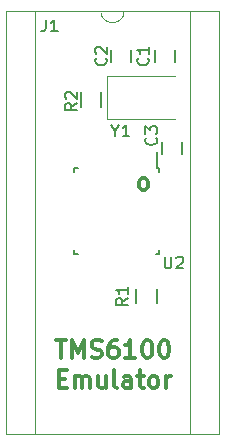
<source format=gbr>
G04 #@! TF.FileFunction,Legend,Top*
%FSLAX46Y46*%
G04 Gerber Fmt 4.6, Leading zero omitted, Abs format (unit mm)*
G04 Created by KiCad (PCBNEW 4.0.7) date 04/15/18 07:55:41*
%MOMM*%
%LPD*%
G01*
G04 APERTURE LIST*
%ADD10C,0.100000*%
%ADD11C,0.300000*%
%ADD12C,0.120000*%
%ADD13C,0.150000*%
G04 APERTURE END LIST*
D10*
D11*
X158642858Y-118788571D02*
X158500000Y-118717143D01*
X158428572Y-118645714D01*
X158357143Y-118502857D01*
X158357143Y-118074286D01*
X158428572Y-117931429D01*
X158500000Y-117860000D01*
X158642858Y-117788571D01*
X158857143Y-117788571D01*
X159000000Y-117860000D01*
X159071429Y-117931429D01*
X159142858Y-118074286D01*
X159142858Y-118502857D01*
X159071429Y-118645714D01*
X159000000Y-118717143D01*
X158857143Y-118788571D01*
X158642858Y-118788571D01*
X151352858Y-131507571D02*
X152210001Y-131507571D01*
X151781430Y-133007571D02*
X151781430Y-131507571D01*
X152710001Y-133007571D02*
X152710001Y-131507571D01*
X153210001Y-132579000D01*
X153710001Y-131507571D01*
X153710001Y-133007571D01*
X154352858Y-132936143D02*
X154567144Y-133007571D01*
X154924287Y-133007571D01*
X155067144Y-132936143D01*
X155138573Y-132864714D01*
X155210001Y-132721857D01*
X155210001Y-132579000D01*
X155138573Y-132436143D01*
X155067144Y-132364714D01*
X154924287Y-132293286D01*
X154638573Y-132221857D01*
X154495715Y-132150429D01*
X154424287Y-132079000D01*
X154352858Y-131936143D01*
X154352858Y-131793286D01*
X154424287Y-131650429D01*
X154495715Y-131579000D01*
X154638573Y-131507571D01*
X154995715Y-131507571D01*
X155210001Y-131579000D01*
X156495715Y-131507571D02*
X156210001Y-131507571D01*
X156067144Y-131579000D01*
X155995715Y-131650429D01*
X155852858Y-131864714D01*
X155781429Y-132150429D01*
X155781429Y-132721857D01*
X155852858Y-132864714D01*
X155924286Y-132936143D01*
X156067144Y-133007571D01*
X156352858Y-133007571D01*
X156495715Y-132936143D01*
X156567144Y-132864714D01*
X156638572Y-132721857D01*
X156638572Y-132364714D01*
X156567144Y-132221857D01*
X156495715Y-132150429D01*
X156352858Y-132079000D01*
X156067144Y-132079000D01*
X155924286Y-132150429D01*
X155852858Y-132221857D01*
X155781429Y-132364714D01*
X158067143Y-133007571D02*
X157210000Y-133007571D01*
X157638572Y-133007571D02*
X157638572Y-131507571D01*
X157495715Y-131721857D01*
X157352857Y-131864714D01*
X157210000Y-131936143D01*
X158995714Y-131507571D02*
X159138571Y-131507571D01*
X159281428Y-131579000D01*
X159352857Y-131650429D01*
X159424286Y-131793286D01*
X159495714Y-132079000D01*
X159495714Y-132436143D01*
X159424286Y-132721857D01*
X159352857Y-132864714D01*
X159281428Y-132936143D01*
X159138571Y-133007571D01*
X158995714Y-133007571D01*
X158852857Y-132936143D01*
X158781428Y-132864714D01*
X158710000Y-132721857D01*
X158638571Y-132436143D01*
X158638571Y-132079000D01*
X158710000Y-131793286D01*
X158781428Y-131650429D01*
X158852857Y-131579000D01*
X158995714Y-131507571D01*
X160424285Y-131507571D02*
X160567142Y-131507571D01*
X160709999Y-131579000D01*
X160781428Y-131650429D01*
X160852857Y-131793286D01*
X160924285Y-132079000D01*
X160924285Y-132436143D01*
X160852857Y-132721857D01*
X160781428Y-132864714D01*
X160709999Y-132936143D01*
X160567142Y-133007571D01*
X160424285Y-133007571D01*
X160281428Y-132936143D01*
X160209999Y-132864714D01*
X160138571Y-132721857D01*
X160067142Y-132436143D01*
X160067142Y-132079000D01*
X160138571Y-131793286D01*
X160209999Y-131650429D01*
X160281428Y-131579000D01*
X160424285Y-131507571D01*
X151567143Y-134771857D02*
X152067143Y-134771857D01*
X152281429Y-135557571D02*
X151567143Y-135557571D01*
X151567143Y-134057571D01*
X152281429Y-134057571D01*
X152924286Y-135557571D02*
X152924286Y-134557571D01*
X152924286Y-134700429D02*
X152995714Y-134629000D01*
X153138572Y-134557571D01*
X153352857Y-134557571D01*
X153495714Y-134629000D01*
X153567143Y-134771857D01*
X153567143Y-135557571D01*
X153567143Y-134771857D02*
X153638572Y-134629000D01*
X153781429Y-134557571D01*
X153995714Y-134557571D01*
X154138572Y-134629000D01*
X154210000Y-134771857D01*
X154210000Y-135557571D01*
X155567143Y-134557571D02*
X155567143Y-135557571D01*
X154924286Y-134557571D02*
X154924286Y-135343286D01*
X154995714Y-135486143D01*
X155138572Y-135557571D01*
X155352857Y-135557571D01*
X155495714Y-135486143D01*
X155567143Y-135414714D01*
X156495715Y-135557571D02*
X156352857Y-135486143D01*
X156281429Y-135343286D01*
X156281429Y-134057571D01*
X157710000Y-135557571D02*
X157710000Y-134771857D01*
X157638571Y-134629000D01*
X157495714Y-134557571D01*
X157210000Y-134557571D01*
X157067143Y-134629000D01*
X157710000Y-135486143D02*
X157567143Y-135557571D01*
X157210000Y-135557571D01*
X157067143Y-135486143D01*
X156995714Y-135343286D01*
X156995714Y-135200429D01*
X157067143Y-135057571D01*
X157210000Y-134986143D01*
X157567143Y-134986143D01*
X157710000Y-134914714D01*
X158210000Y-134557571D02*
X158781429Y-134557571D01*
X158424286Y-134057571D02*
X158424286Y-135343286D01*
X158495714Y-135486143D01*
X158638572Y-135557571D01*
X158781429Y-135557571D01*
X159495715Y-135557571D02*
X159352857Y-135486143D01*
X159281429Y-135414714D01*
X159210000Y-135271857D01*
X159210000Y-134843286D01*
X159281429Y-134700429D01*
X159352857Y-134629000D01*
X159495715Y-134557571D01*
X159710000Y-134557571D01*
X159852857Y-134629000D01*
X159924286Y-134700429D01*
X159995715Y-134843286D01*
X159995715Y-135271857D01*
X159924286Y-135414714D01*
X159852857Y-135486143D01*
X159710000Y-135557571D01*
X159495715Y-135557571D01*
X160638572Y-135557571D02*
X160638572Y-134557571D01*
X160638572Y-134843286D02*
X160710000Y-134700429D01*
X160781429Y-134629000D01*
X160924286Y-134557571D01*
X161067143Y-134557571D01*
D12*
X155121100Y-103613600D02*
X149541100Y-103613600D01*
X149541100Y-103613600D02*
X149541100Y-139413600D01*
X149541100Y-139413600D02*
X162701100Y-139413600D01*
X162701100Y-139413600D02*
X162701100Y-103613600D01*
X162701100Y-103613600D02*
X157121100Y-103613600D01*
X147111100Y-103613600D02*
X147111100Y-139413600D01*
X147111100Y-139413600D02*
X165131100Y-139413600D01*
X165131100Y-139413600D02*
X165131100Y-103613600D01*
X165131100Y-103613600D02*
X147111100Y-103613600D01*
X157121100Y-103613600D02*
G75*
G02X155121100Y-103613600I-1000000J0D01*
G01*
D13*
X161378000Y-107942000D02*
X161378000Y-106942000D01*
X159678000Y-106942000D02*
X159678000Y-107942000D01*
X157695000Y-107942000D02*
X157695000Y-106942000D01*
X155995000Y-106942000D02*
X155995000Y-107942000D01*
X162013000Y-115752500D02*
X162013000Y-114752500D01*
X160313000Y-114752500D02*
X160313000Y-115752500D01*
X158129000Y-128362000D02*
X158129000Y-127162000D01*
X159879000Y-127162000D02*
X159879000Y-128362000D01*
X155180000Y-110525000D02*
X155180000Y-111725000D01*
X153430000Y-111725000D02*
X153430000Y-110525000D01*
X160089000Y-116961500D02*
X159864000Y-116961500D01*
X160089000Y-124211500D02*
X159764000Y-124211500D01*
X152839000Y-124211500D02*
X153164000Y-124211500D01*
X152839000Y-116961500D02*
X153164000Y-116961500D01*
X160089000Y-116961500D02*
X160089000Y-117286500D01*
X152839000Y-116961500D02*
X152839000Y-117286500D01*
X152839000Y-124211500D02*
X152839000Y-123886500D01*
X160089000Y-124211500D02*
X160089000Y-123886500D01*
X159864000Y-116961500D02*
X159864000Y-115536500D01*
D12*
X161386500Y-109134500D02*
X155636500Y-109134500D01*
X155636500Y-109134500D02*
X155636500Y-112734500D01*
X155636500Y-112734500D02*
X161386500Y-112734500D01*
D13*
X150479167Y-104354381D02*
X150479167Y-105068667D01*
X150431547Y-105211524D01*
X150336309Y-105306762D01*
X150193452Y-105354381D01*
X150098214Y-105354381D01*
X151479167Y-105354381D02*
X150907738Y-105354381D01*
X151193452Y-105354381D02*
X151193452Y-104354381D01*
X151098214Y-104497238D01*
X151002976Y-104592476D01*
X150907738Y-104640095D01*
X159107143Y-107608666D02*
X159154762Y-107656285D01*
X159202381Y-107799142D01*
X159202381Y-107894380D01*
X159154762Y-108037238D01*
X159059524Y-108132476D01*
X158964286Y-108180095D01*
X158773810Y-108227714D01*
X158630952Y-108227714D01*
X158440476Y-108180095D01*
X158345238Y-108132476D01*
X158250000Y-108037238D01*
X158202381Y-107894380D01*
X158202381Y-107799142D01*
X158250000Y-107656285D01*
X158297619Y-107608666D01*
X159202381Y-106656285D02*
X159202381Y-107227714D01*
X159202381Y-106942000D02*
X158202381Y-106942000D01*
X158345238Y-107037238D01*
X158440476Y-107132476D01*
X158488095Y-107227714D01*
X155551143Y-107608666D02*
X155598762Y-107656285D01*
X155646381Y-107799142D01*
X155646381Y-107894380D01*
X155598762Y-108037238D01*
X155503524Y-108132476D01*
X155408286Y-108180095D01*
X155217810Y-108227714D01*
X155074952Y-108227714D01*
X154884476Y-108180095D01*
X154789238Y-108132476D01*
X154694000Y-108037238D01*
X154646381Y-107894380D01*
X154646381Y-107799142D01*
X154694000Y-107656285D01*
X154741619Y-107608666D01*
X154741619Y-107227714D02*
X154694000Y-107180095D01*
X154646381Y-107084857D01*
X154646381Y-106846761D01*
X154694000Y-106751523D01*
X154741619Y-106703904D01*
X154836857Y-106656285D01*
X154932095Y-106656285D01*
X155074952Y-106703904D01*
X155646381Y-107275333D01*
X155646381Y-106656285D01*
X159805643Y-114339666D02*
X159853262Y-114387285D01*
X159900881Y-114530142D01*
X159900881Y-114625380D01*
X159853262Y-114768238D01*
X159758024Y-114863476D01*
X159662786Y-114911095D01*
X159472310Y-114958714D01*
X159329452Y-114958714D01*
X159138976Y-114911095D01*
X159043738Y-114863476D01*
X158948500Y-114768238D01*
X158900881Y-114625380D01*
X158900881Y-114530142D01*
X158948500Y-114387285D01*
X158996119Y-114339666D01*
X158900881Y-114006333D02*
X158900881Y-113387285D01*
X159281833Y-113720619D01*
X159281833Y-113577761D01*
X159329452Y-113482523D01*
X159377071Y-113434904D01*
X159472310Y-113387285D01*
X159710405Y-113387285D01*
X159805643Y-113434904D01*
X159853262Y-113482523D01*
X159900881Y-113577761D01*
X159900881Y-113863476D01*
X159853262Y-113958714D01*
X159805643Y-114006333D01*
X157424381Y-127928666D02*
X156948190Y-128262000D01*
X157424381Y-128500095D02*
X156424381Y-128500095D01*
X156424381Y-128119142D01*
X156472000Y-128023904D01*
X156519619Y-127976285D01*
X156614857Y-127928666D01*
X156757714Y-127928666D01*
X156852952Y-127976285D01*
X156900571Y-128023904D01*
X156948190Y-128119142D01*
X156948190Y-128500095D01*
X157424381Y-126976285D02*
X157424381Y-127547714D01*
X157424381Y-127262000D02*
X156424381Y-127262000D01*
X156567238Y-127357238D01*
X156662476Y-127452476D01*
X156710095Y-127547714D01*
X153106381Y-111418666D02*
X152630190Y-111752000D01*
X153106381Y-111990095D02*
X152106381Y-111990095D01*
X152106381Y-111609142D01*
X152154000Y-111513904D01*
X152201619Y-111466285D01*
X152296857Y-111418666D01*
X152439714Y-111418666D01*
X152534952Y-111466285D01*
X152582571Y-111513904D01*
X152630190Y-111609142D01*
X152630190Y-111990095D01*
X152201619Y-111037714D02*
X152154000Y-110990095D01*
X152106381Y-110894857D01*
X152106381Y-110656761D01*
X152154000Y-110561523D01*
X152201619Y-110513904D01*
X152296857Y-110466285D01*
X152392095Y-110466285D01*
X152534952Y-110513904D01*
X153106381Y-111085333D01*
X153106381Y-110466285D01*
X160528095Y-124420381D02*
X160528095Y-125229905D01*
X160575714Y-125325143D01*
X160623333Y-125372762D01*
X160718571Y-125420381D01*
X160909048Y-125420381D01*
X161004286Y-125372762D01*
X161051905Y-125325143D01*
X161099524Y-125229905D01*
X161099524Y-124420381D01*
X161528095Y-124515619D02*
X161575714Y-124468000D01*
X161670952Y-124420381D01*
X161909048Y-124420381D01*
X162004286Y-124468000D01*
X162051905Y-124515619D01*
X162099524Y-124610857D01*
X162099524Y-124706095D01*
X162051905Y-124848952D01*
X161480476Y-125420381D01*
X162099524Y-125420381D01*
X156368809Y-113768190D02*
X156368809Y-114244381D01*
X156035476Y-113244381D02*
X156368809Y-113768190D01*
X156702143Y-113244381D01*
X157559286Y-114244381D02*
X156987857Y-114244381D01*
X157273571Y-114244381D02*
X157273571Y-113244381D01*
X157178333Y-113387238D01*
X157083095Y-113482476D01*
X156987857Y-113530095D01*
M02*

</source>
